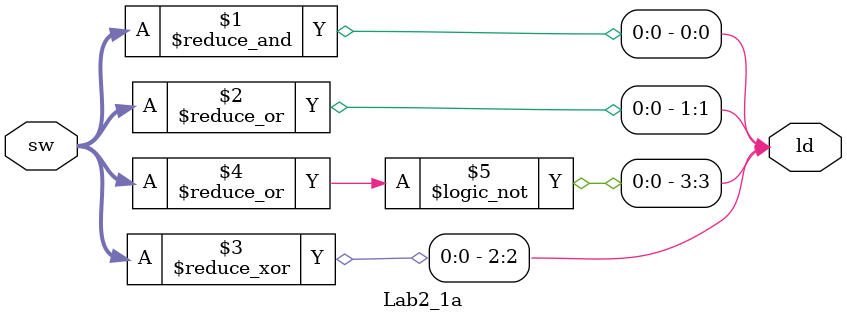
<source format=v>
`timescale 1ns / 1ps

module Lab2_1a(
    input [3:0] sw,
    output [3:0] ld
    );

	// Bitenkénti operátorok:
	// VAGY: |, ÉS: &, NOT: ~, XOR: ^
	// Bitredukciós operátorok:
	// assign b = &a ("a" bitjeit összeéseli)
	
	//ld0: AND
	//ld1: OR
	//ld2: XOR
	//ld3: NOR
	
	assign ld[0] =  &sw; // sw[0] & sw[1] & sw[2] & sw[3]
	assign ld[1] =  |sw;
	assign ld[2] =  ^sw;
	assign ld[3] = ~|sw;

endmodule

</source>
